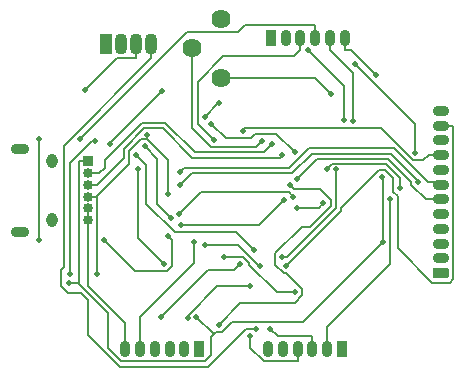
<source format=gbl>
G04 #@! TF.GenerationSoftware,KiCad,Pcbnew,8.0.5*
G04 #@! TF.CreationDate,2024-09-28T14:46:52+05:30*
G04 #@! TF.ProjectId,MKM01V10,4d4b4d30-3156-4313-902e-6b696361645f,1.0*
G04 #@! TF.SameCoordinates,Original*
G04 #@! TF.FileFunction,Copper,L2,Bot*
G04 #@! TF.FilePolarity,Positive*
%FSLAX46Y46*%
G04 Gerber Fmt 4.6, Leading zero omitted, Abs format (unit mm)*
G04 Created by KiCad (PCBNEW 8.0.5) date 2024-09-28 14:46:52*
%MOMM*%
%LPD*%
G01*
G04 APERTURE LIST*
G04 Aperture macros list*
%AMRoundRect*
0 Rectangle with rounded corners*
0 $1 Rounding radius*
0 $2 $3 $4 $5 $6 $7 $8 $9 X,Y pos of 4 corners*
0 Add a 4 corners polygon primitive as box body*
4,1,4,$2,$3,$4,$5,$6,$7,$8,$9,$2,$3,0*
0 Add four circle primitives for the rounded corners*
1,1,$1+$1,$2,$3*
1,1,$1+$1,$4,$5*
1,1,$1+$1,$6,$7*
1,1,$1+$1,$8,$9*
0 Add four rect primitives between the rounded corners*
20,1,$1+$1,$2,$3,$4,$5,0*
20,1,$1+$1,$4,$5,$6,$7,0*
20,1,$1+$1,$6,$7,$8,$9,0*
20,1,$1+$1,$8,$9,$2,$3,0*%
G04 Aperture macros list end*
G04 #@! TA.AperFunction,ComponentPad*
%ADD10R,0.850000X0.850000*%
G04 #@! TD*
G04 #@! TA.AperFunction,ComponentPad*
%ADD11O,0.850000X0.850000*%
G04 #@! TD*
G04 #@! TA.AperFunction,ComponentPad*
%ADD12RoundRect,0.225000X0.225000X0.475000X-0.225000X0.475000X-0.225000X-0.475000X0.225000X-0.475000X0*%
G04 #@! TD*
G04 #@! TA.AperFunction,ComponentPad*
%ADD13O,0.900000X1.400000*%
G04 #@! TD*
G04 #@! TA.AperFunction,ComponentPad*
%ADD14O,1.550000X0.890000*%
G04 #@! TD*
G04 #@! TA.AperFunction,ComponentPad*
%ADD15O,0.950000X1.250000*%
G04 #@! TD*
G04 #@! TA.AperFunction,ComponentPad*
%ADD16RoundRect,0.225000X-0.225000X-0.475000X0.225000X-0.475000X0.225000X0.475000X-0.225000X0.475000X0*%
G04 #@! TD*
G04 #@! TA.AperFunction,ComponentPad*
%ADD17R,1.070000X1.800000*%
G04 #@! TD*
G04 #@! TA.AperFunction,ComponentPad*
%ADD18O,1.070000X1.800000*%
G04 #@! TD*
G04 #@! TA.AperFunction,ComponentPad*
%ADD19RoundRect,0.225000X0.475000X-0.225000X0.475000X0.225000X-0.475000X0.225000X-0.475000X-0.225000X0*%
G04 #@! TD*
G04 #@! TA.AperFunction,ComponentPad*
%ADD20O,1.400000X0.900000*%
G04 #@! TD*
G04 #@! TA.AperFunction,ComponentPad*
%ADD21C,1.620000*%
G04 #@! TD*
G04 #@! TA.AperFunction,ViaPad*
%ADD22C,0.500000*%
G04 #@! TD*
G04 #@! TA.AperFunction,Conductor*
%ADD23C,0.180000*%
G04 #@! TD*
G04 APERTURE END LIST*
D10*
X51308000Y-43982000D03*
D11*
X51308000Y-44982000D03*
X51308000Y-45982000D03*
X51308000Y-46982000D03*
X51308000Y-47982000D03*
X51308000Y-48982000D03*
D12*
X72798000Y-59842400D03*
D13*
X71548000Y-59842400D03*
X70298000Y-59842400D03*
X69048000Y-59842400D03*
X67798000Y-59842400D03*
X66548000Y-59842400D03*
D14*
X45560000Y-42952000D03*
D15*
X48260000Y-43952000D03*
X48260000Y-48952000D03*
D14*
X45560000Y-49952000D03*
D16*
X66775000Y-33528000D03*
D13*
X68025000Y-33528000D03*
X69275000Y-33528000D03*
X70525000Y-33528000D03*
X71775000Y-33528000D03*
X73025000Y-33528000D03*
D17*
X52832000Y-34036000D03*
D18*
X54102000Y-34036000D03*
X55372000Y-34036000D03*
X56642000Y-34036000D03*
D19*
X81178400Y-53467000D03*
D20*
X81178400Y-52217000D03*
X81178400Y-50967000D03*
X81178400Y-49717000D03*
X81178400Y-48467000D03*
X81178400Y-47217000D03*
X81178400Y-45967000D03*
X81178400Y-44717000D03*
X81178400Y-43467000D03*
X81178400Y-42217000D03*
X81178400Y-40967000D03*
X81178400Y-39717000D03*
D12*
X60706000Y-59842400D03*
D13*
X59456000Y-59842400D03*
X58206000Y-59842400D03*
X56956000Y-59842400D03*
X55706000Y-59842400D03*
X54456000Y-59842400D03*
D21*
X62560200Y-36906200D03*
X60060200Y-34406200D03*
X62560200Y-31906200D03*
D22*
X58291800Y-48750700D03*
X56087500Y-42724100D03*
X61172400Y-40233200D03*
X62407400Y-39089500D03*
X65316600Y-51489800D03*
X55365700Y-43424100D03*
X53184200Y-42526900D03*
X57584500Y-38073800D03*
X51918200Y-42292700D03*
X49778400Y-53519500D03*
X57459200Y-57197900D03*
X64159900Y-52653400D03*
X65526700Y-58166500D03*
X68084400Y-52840400D03*
X65878900Y-52840400D03*
X61162200Y-51060100D03*
X64401000Y-41425000D03*
X66067000Y-42277400D03*
X68687500Y-46975100D03*
X59016100Y-48411700D03*
X79276200Y-45771200D03*
X59123800Y-45987700D03*
X59124700Y-44915200D03*
X68962300Y-45473900D03*
X71210900Y-47554900D03*
X68976800Y-47915200D03*
X68841900Y-55091600D03*
X62811700Y-52064300D03*
X65051000Y-58773800D03*
X66735000Y-58192500D03*
X76885800Y-47189000D03*
X77707900Y-46281300D03*
X71507700Y-44640500D03*
X72261200Y-44640500D03*
X67747100Y-52090100D03*
X73754900Y-40598800D03*
X50647200Y-42091100D03*
X47167000Y-42091100D03*
X47167000Y-50677200D03*
X52677500Y-50677200D03*
X58072200Y-50325300D03*
X59130900Y-49397400D03*
X67896200Y-47246500D03*
X61937900Y-42206000D03*
X69898500Y-34569700D03*
X72976000Y-40464400D03*
X60259300Y-50847700D03*
X68423900Y-46000700D03*
X62367200Y-57828200D03*
X67745700Y-43464800D03*
X66871900Y-42566700D03*
X56332600Y-41785100D03*
X52074700Y-53573300D03*
X58110200Y-46785900D03*
X51083900Y-37959300D03*
X71910300Y-38285100D03*
X59722600Y-57287000D03*
X64986000Y-54564700D03*
X61746000Y-40806900D03*
X68807200Y-43226100D03*
X55545900Y-44619700D03*
X57753400Y-52703600D03*
X75669500Y-36658300D03*
X76235200Y-50802400D03*
X49650200Y-54284900D03*
X60474400Y-57151400D03*
X76205200Y-45345500D03*
X78996300Y-43277200D03*
X73936700Y-35765400D03*
D23*
X52238000Y-44982000D02*
X51308000Y-44982000D01*
X52697250Y-43877250D02*
X52697250Y-44522750D01*
X52697250Y-44522750D02*
X52238000Y-44982000D01*
X60316000Y-43237500D02*
X57809900Y-40731400D01*
X66201100Y-43237500D02*
X60316000Y-43237500D01*
X57809900Y-40731400D02*
X55843100Y-40731400D01*
X66871900Y-42566700D02*
X66201100Y-43237500D01*
X55843100Y-40731400D02*
X52697250Y-43877250D01*
X80950450Y-45739050D02*
X81178400Y-45967000D01*
X77167600Y-42896000D02*
X78782500Y-44510900D01*
X78852800Y-44510900D02*
X80080950Y-45739050D01*
X69974400Y-42896000D02*
X77167600Y-42896000D01*
X78782500Y-44510900D02*
X78852800Y-44510900D01*
X68291400Y-44579000D02*
X69974400Y-42896000D01*
X80080950Y-45739050D02*
X80950450Y-45739050D01*
X59460900Y-44579000D02*
X68291400Y-44579000D01*
X59124700Y-44915200D02*
X59460900Y-44579000D01*
X62316100Y-39089500D02*
X61172400Y-40233200D01*
X62407400Y-39089500D02*
X62316100Y-39089500D01*
X57162400Y-43799000D02*
X56087500Y-42724100D01*
X57162500Y-43799000D02*
X57162400Y-43799000D01*
X57162500Y-47621400D02*
X57162500Y-43799000D01*
X58291800Y-48750700D02*
X57162500Y-47621400D01*
X53184200Y-42474100D02*
X53184200Y-42526900D01*
X57584500Y-38073800D02*
X53184200Y-42474100D01*
X63815900Y-49989100D02*
X65316600Y-51489800D01*
X58625700Y-49989100D02*
X63815900Y-49989100D01*
X56228000Y-47591400D02*
X58625700Y-49989100D01*
X56228000Y-44286400D02*
X56228000Y-47591400D01*
X55365700Y-43424100D02*
X56228000Y-44286400D01*
X49778400Y-44111300D02*
X49778400Y-53519500D01*
X51597000Y-42292700D02*
X49778400Y-44111300D01*
X51918200Y-42292700D02*
X51597000Y-42292700D01*
X61476300Y-53180800D02*
X57459200Y-57197900D01*
X63632500Y-53180800D02*
X61476300Y-53180800D01*
X64159900Y-52653400D02*
X63632500Y-53180800D01*
X56642000Y-34036000D02*
X56642000Y-35277700D01*
X64682200Y-58166500D02*
X65526700Y-58166500D01*
X61446400Y-61402300D02*
X64682200Y-58166500D01*
X53977600Y-61402300D02*
X61446400Y-61402300D01*
X51308000Y-58732700D02*
X53977600Y-61402300D01*
X51308000Y-55741600D02*
X51308000Y-58732700D01*
X50735400Y-55169000D02*
X51308000Y-55741600D01*
X49616500Y-55169000D02*
X50735400Y-55169000D01*
X48997400Y-54549900D02*
X49616500Y-55169000D01*
X48997400Y-53196500D02*
X48997400Y-54549900D01*
X49243500Y-52950400D02*
X48997400Y-53196500D01*
X49243500Y-42658000D02*
X49243500Y-52950400D01*
X56623800Y-35277700D02*
X49243500Y-42658000D01*
X56642000Y-35277700D02*
X56623800Y-35277700D01*
X81178400Y-40967000D02*
X82220100Y-40967000D01*
X82232000Y-40978900D02*
X82220100Y-40967000D01*
X82232000Y-53967400D02*
X82232000Y-40978900D01*
X81909200Y-54290200D02*
X82232000Y-53967400D01*
X80451300Y-54290200D02*
X81909200Y-54290200D01*
X77534200Y-51373100D02*
X80451300Y-54290200D01*
X77534200Y-46968900D02*
X77534200Y-51373100D01*
X77116200Y-46550900D02*
X77534200Y-46968900D01*
X77116200Y-45403400D02*
X77116200Y-46550900D01*
X76412000Y-44699200D02*
X77116200Y-45403400D01*
X75947500Y-44699200D02*
X76412000Y-44699200D01*
X72692900Y-47953800D02*
X75947500Y-44699200D01*
X72692900Y-48231900D02*
X72692900Y-47953800D01*
X68084400Y-52840400D02*
X72692900Y-48231900D01*
X65794400Y-52840400D02*
X65878900Y-52840400D01*
X64014100Y-51060100D02*
X65794400Y-52840400D01*
X61162200Y-51060100D02*
X64014100Y-51060100D01*
X81178400Y-43467000D02*
X80136700Y-43467000D01*
X64622300Y-41203700D02*
X64401000Y-41425000D01*
X76085900Y-41203700D02*
X64622300Y-41203700D01*
X78799300Y-43917100D02*
X76085900Y-41203700D01*
X79686600Y-43917100D02*
X78799300Y-43917100D01*
X80136700Y-43467000D02*
X79686600Y-43917100D01*
X60060200Y-41179300D02*
X60060200Y-34406200D01*
X61686700Y-42805800D02*
X60060200Y-41179300D01*
X65538600Y-42805800D02*
X61686700Y-42805800D01*
X66067000Y-42277400D02*
X65538600Y-42805800D01*
X68304800Y-46592400D02*
X68687500Y-46975100D01*
X60835400Y-46592400D02*
X68304800Y-46592400D01*
X59016100Y-48411700D02*
X60835400Y-46592400D01*
X60100800Y-45010700D02*
X59123800Y-45987700D01*
X68588100Y-45010700D02*
X60100800Y-45010700D01*
X70249000Y-43349800D02*
X68588100Y-45010700D01*
X76932800Y-43349800D02*
X70249000Y-43349800D01*
X79276200Y-45693200D02*
X76932800Y-43349800D01*
X79276200Y-45771200D02*
X79276200Y-45693200D01*
X70652100Y-43784100D02*
X68962300Y-45473900D01*
X76736800Y-43784100D02*
X70652100Y-43784100D01*
X78665200Y-45712500D02*
X76736800Y-43784100D01*
X78665200Y-46005700D02*
X78665200Y-45712500D01*
X79876500Y-47217000D02*
X78665200Y-46005700D01*
X81178400Y-47217000D02*
X79876500Y-47217000D01*
X70850600Y-47915200D02*
X71210900Y-47554900D01*
X68976800Y-47915200D02*
X70850600Y-47915200D01*
X68841900Y-55091500D02*
X68841900Y-55091600D01*
X67276000Y-55091500D02*
X68841900Y-55091500D01*
X64918600Y-52734100D02*
X67276000Y-55091500D01*
X64918600Y-52575200D02*
X64918600Y-52734100D01*
X64399800Y-52056400D02*
X64918600Y-52575200D01*
X62819600Y-52056400D02*
X64399800Y-52056400D01*
X62811700Y-52064300D02*
X62819600Y-52056400D01*
X69048000Y-59842400D02*
X69048000Y-60884100D01*
X65051000Y-59770800D02*
X65051000Y-58773800D01*
X66164300Y-60884100D02*
X65051000Y-59770800D01*
X69048000Y-60884100D02*
X66164300Y-60884100D01*
X67343200Y-58800700D02*
X66735000Y-58192500D01*
X70298000Y-58800700D02*
X67343200Y-58800700D01*
X70298000Y-59842400D02*
X70298000Y-58800700D01*
X76885800Y-52716200D02*
X76885800Y-47189000D01*
X71548000Y-58054000D02*
X76885800Y-52716200D01*
X71548000Y-59842400D02*
X71548000Y-58054000D01*
X72261200Y-47957600D02*
X72261200Y-44640500D01*
X68128700Y-52090100D02*
X72261200Y-47957600D01*
X67747100Y-52090100D02*
X68128700Y-52090100D01*
X71930300Y-44217900D02*
X71507700Y-44640500D01*
X76554200Y-44217900D02*
X71930300Y-44217900D01*
X77707900Y-45371600D02*
X76554200Y-44217900D01*
X77707900Y-46281300D02*
X77707900Y-45371600D01*
X71775000Y-33528000D02*
X71775000Y-34569700D01*
X73754900Y-36549600D02*
X73754900Y-40598800D01*
X71775000Y-34569700D02*
X73754900Y-36549600D01*
X59672700Y-33065600D02*
X50647200Y-42091100D01*
X63990500Y-33065600D02*
X59672700Y-33065600D01*
X64630500Y-32425600D02*
X63990500Y-33065600D01*
X70464300Y-32425600D02*
X64630500Y-32425600D01*
X70525000Y-32486300D02*
X70464300Y-32425600D01*
X55295700Y-53295400D02*
X52677500Y-50677200D01*
X57998400Y-53295400D02*
X55295700Y-53295400D01*
X58415300Y-52878500D02*
X57998400Y-53295400D01*
X58415300Y-50668400D02*
X58415300Y-52878500D01*
X58072200Y-50325300D02*
X58415300Y-50668400D01*
X47167000Y-50677200D02*
X47167000Y-42091100D01*
X70525000Y-33528000D02*
X70525000Y-32486300D01*
X65745300Y-49397400D02*
X67896200Y-47246500D01*
X59130900Y-49397400D02*
X65745300Y-49397400D01*
X69275000Y-33528000D02*
X69275000Y-34569700D01*
X68746500Y-35098200D02*
X69275000Y-34569700D01*
X62737500Y-35098200D02*
X68746500Y-35098200D01*
X60568200Y-37267500D02*
X62737500Y-35098200D01*
X60568200Y-40836300D02*
X60568200Y-37267500D01*
X61937900Y-42206000D02*
X60568200Y-40836300D01*
X72976000Y-37647200D02*
X72976000Y-40464400D01*
X69898500Y-34569700D02*
X72976000Y-37647200D01*
X60259300Y-52638900D02*
X60259300Y-50847700D01*
X55706000Y-57192200D02*
X60259300Y-52638900D01*
X55706000Y-59842400D02*
X55706000Y-57192200D01*
X64182700Y-56012700D02*
X62367200Y-57828200D01*
X68780400Y-56012700D02*
X64182700Y-56012700D01*
X69442700Y-55350400D02*
X68780400Y-56012700D01*
X69442700Y-54835200D02*
X69442700Y-55350400D01*
X68092000Y-53484500D02*
X69442700Y-54835200D01*
X67860300Y-53484500D02*
X68092000Y-53484500D01*
X67141900Y-52766100D02*
X67860300Y-53484500D01*
X67141900Y-51776200D02*
X67141900Y-52766100D01*
X69407000Y-49511100D02*
X67141900Y-51776200D01*
X70097100Y-49511100D02*
X69407000Y-49511100D01*
X71829500Y-47778700D02*
X70097100Y-49511100D01*
X71829500Y-47256000D02*
X71829500Y-47778700D01*
X70907800Y-46334300D02*
X71829500Y-47256000D01*
X68757500Y-46334300D02*
X70907800Y-46334300D01*
X68423900Y-46000700D02*
X68757500Y-46334300D01*
X51308000Y-45982000D02*
X52074700Y-45982000D01*
X54309000Y-43747700D02*
X52074700Y-45982000D01*
X54309000Y-42914800D02*
X54309000Y-43747700D01*
X56036800Y-41187000D02*
X54309000Y-42914800D01*
X57654800Y-41187000D02*
X56036800Y-41187000D01*
X60137000Y-43669200D02*
X57654800Y-41187000D01*
X67541300Y-43669200D02*
X60137000Y-43669200D01*
X67745700Y-43464800D02*
X67541300Y-43669200D01*
X51308000Y-46982000D02*
X51966400Y-46982000D01*
X56332600Y-42132200D02*
X56332600Y-41785100D01*
X58110200Y-43909800D02*
X58110200Y-46785900D01*
X56332600Y-42132200D02*
X58110200Y-43909800D01*
X52074700Y-47090300D02*
X52074700Y-53573300D01*
X51966400Y-46982000D02*
X52074700Y-47090300D01*
X54740700Y-44207700D02*
X51966400Y-46982000D01*
X54740700Y-43158900D02*
X54740700Y-44207700D01*
X55767400Y-42132200D02*
X54740700Y-43158900D01*
X56332600Y-42132200D02*
X55767400Y-42132200D01*
X55372000Y-34036000D02*
X55372000Y-35277700D01*
X53765500Y-35277700D02*
X51083900Y-37959300D01*
X55372000Y-35277700D02*
X53765500Y-35277700D01*
X70531400Y-36906200D02*
X71910300Y-38285100D01*
X62560200Y-36906200D02*
X70531400Y-36906200D01*
X62961600Y-42022500D02*
X61746000Y-40806900D01*
X65124100Y-42022500D02*
X62961600Y-42022500D01*
X65477100Y-41669500D02*
X65124100Y-42022500D01*
X67250600Y-41669500D02*
X65477100Y-41669500D01*
X68807200Y-43226100D02*
X67250600Y-41669500D01*
X64986000Y-54564800D02*
X64986000Y-54564700D01*
X62219000Y-54564800D02*
X64986000Y-54564800D01*
X59722600Y-57061200D02*
X62219000Y-54564800D01*
X59722600Y-57287000D02*
X59722600Y-57061200D01*
X55545900Y-50496100D02*
X57753400Y-52703600D01*
X55545900Y-44619700D02*
X55545900Y-50496100D01*
X54456000Y-59842400D02*
X54456000Y-58800700D01*
X51308000Y-48982000D02*
X51308000Y-47982000D01*
X73025000Y-33528000D02*
X73025000Y-34569700D01*
X73580900Y-34569700D02*
X75669500Y-36658300D01*
X73025000Y-34569700D02*
X73580900Y-34569700D01*
X54456000Y-57668300D02*
X54456000Y-58800700D01*
X51308000Y-54520300D02*
X54456000Y-57668300D01*
X51308000Y-49748700D02*
X51308000Y-54520300D01*
X51308000Y-48982000D02*
X51308000Y-49748700D01*
X51308000Y-43982000D02*
X50541300Y-43982000D01*
X50541300Y-54205600D02*
X50462000Y-54284900D01*
X50541300Y-43982000D02*
X50541300Y-54205600D01*
X49650200Y-54284900D02*
X50462000Y-54284900D01*
X76235200Y-45375500D02*
X76235200Y-50802400D01*
X76205200Y-45345500D02*
X76235200Y-45375500D01*
X78996300Y-40825000D02*
X78996300Y-43277200D01*
X73936700Y-35765400D02*
X78996300Y-40825000D01*
X61951600Y-58628500D02*
X60474400Y-57151400D01*
X61728200Y-58851900D02*
X61951600Y-58628500D01*
X61728200Y-60351000D02*
X61728200Y-58851900D01*
X61183700Y-60895500D02*
X61728200Y-60351000D01*
X54081400Y-60895500D02*
X61183700Y-60895500D01*
X52995300Y-59809400D02*
X54081400Y-60895500D01*
X52995300Y-56818200D02*
X52995300Y-59809400D01*
X50462000Y-54284900D02*
X52995300Y-56818200D01*
X69462900Y-57574700D02*
X76235200Y-50802400D01*
X63457600Y-57574700D02*
X69462900Y-57574700D01*
X62612400Y-58419900D02*
X63457600Y-57574700D01*
X62160200Y-58419900D02*
X62612400Y-58419900D01*
X61951600Y-58628500D02*
X62160200Y-58419900D01*
M02*

</source>
